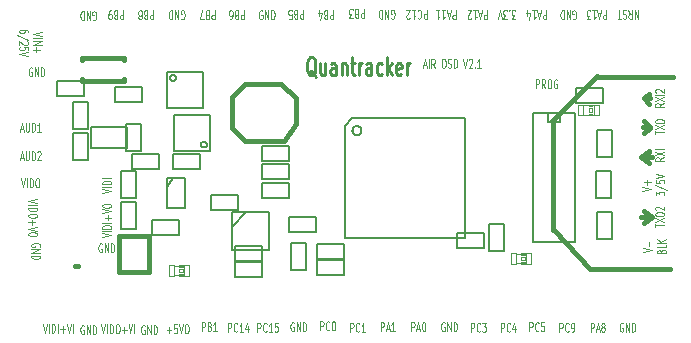
<source format=gto>
G04 (created by PCBNEW-RS274X (2011-05-25)-stable) date Fri 13 Mar 2015 11:37:05 GMT*
G01*
G70*
G90*
%MOIN*%
G04 Gerber Fmt 3.4, Leading zero omitted, Abs format*
%FSLAX34Y34*%
G04 APERTURE LIST*
%ADD10C,0.006000*%
%ADD11C,0.004900*%
%ADD12C,0.009900*%
%ADD13C,0.015000*%
%ADD14C,0.003900*%
%ADD15C,0.004400*%
%ADD16C,0.008000*%
%ADD17C,0.005000*%
%ADD18C,0.002600*%
%ADD19C,0.004000*%
G04 APERTURE END LIST*
G54D10*
G54D11*
X53825Y-30138D02*
X53806Y-30124D01*
X53778Y-30124D01*
X53750Y-30138D01*
X53731Y-30166D01*
X53722Y-30194D01*
X53713Y-30250D01*
X53713Y-30292D01*
X53722Y-30349D01*
X53731Y-30377D01*
X53750Y-30405D01*
X53778Y-30419D01*
X53797Y-30419D01*
X53825Y-30405D01*
X53834Y-30391D01*
X53834Y-30292D01*
X53797Y-30292D01*
X53919Y-30419D02*
X53919Y-30124D01*
X54031Y-30419D01*
X54031Y-30124D01*
X54125Y-30419D02*
X54125Y-30124D01*
X54172Y-30124D01*
X54200Y-30138D01*
X54219Y-30166D01*
X54228Y-30194D01*
X54237Y-30250D01*
X54237Y-30292D01*
X54228Y-30349D01*
X54219Y-30377D01*
X54200Y-30405D01*
X54172Y-30419D01*
X54125Y-30419D01*
G54D12*
X55609Y-32345D02*
X55572Y-32317D01*
X55534Y-32261D01*
X55478Y-32176D01*
X55441Y-32148D01*
X55403Y-32148D01*
X55422Y-32289D02*
X55384Y-32261D01*
X55347Y-32204D01*
X55328Y-32092D01*
X55328Y-31895D01*
X55347Y-31782D01*
X55384Y-31726D01*
X55422Y-31698D01*
X55497Y-31698D01*
X55534Y-31726D01*
X55572Y-31782D01*
X55591Y-31895D01*
X55591Y-32092D01*
X55572Y-32204D01*
X55534Y-32261D01*
X55497Y-32289D01*
X55422Y-32289D01*
X55929Y-31895D02*
X55929Y-32289D01*
X55760Y-31895D02*
X55760Y-32204D01*
X55779Y-32261D01*
X55816Y-32289D01*
X55872Y-32289D01*
X55910Y-32261D01*
X55929Y-32232D01*
X56285Y-32289D02*
X56285Y-31979D01*
X56266Y-31923D01*
X56228Y-31895D01*
X56153Y-31895D01*
X56116Y-31923D01*
X56285Y-32261D02*
X56247Y-32289D01*
X56153Y-32289D01*
X56116Y-32261D01*
X56097Y-32204D01*
X56097Y-32148D01*
X56116Y-32092D01*
X56153Y-32064D01*
X56247Y-32064D01*
X56285Y-32035D01*
X56472Y-31895D02*
X56472Y-32289D01*
X56472Y-31951D02*
X56491Y-31923D01*
X56528Y-31895D01*
X56584Y-31895D01*
X56622Y-31923D01*
X56641Y-31979D01*
X56641Y-32289D01*
X56772Y-31895D02*
X56922Y-31895D01*
X56828Y-31698D02*
X56828Y-32204D01*
X56847Y-32261D01*
X56884Y-32289D01*
X56922Y-32289D01*
X57053Y-32289D02*
X57053Y-31895D01*
X57053Y-32007D02*
X57072Y-31951D01*
X57090Y-31923D01*
X57128Y-31895D01*
X57165Y-31895D01*
X57466Y-32289D02*
X57466Y-31979D01*
X57447Y-31923D01*
X57409Y-31895D01*
X57334Y-31895D01*
X57297Y-31923D01*
X57466Y-32261D02*
X57428Y-32289D01*
X57334Y-32289D01*
X57297Y-32261D01*
X57278Y-32204D01*
X57278Y-32148D01*
X57297Y-32092D01*
X57334Y-32064D01*
X57428Y-32064D01*
X57466Y-32035D01*
X57822Y-32261D02*
X57784Y-32289D01*
X57709Y-32289D01*
X57672Y-32261D01*
X57653Y-32232D01*
X57634Y-32176D01*
X57634Y-32007D01*
X57653Y-31951D01*
X57672Y-31923D01*
X57709Y-31895D01*
X57784Y-31895D01*
X57822Y-31923D01*
X57991Y-32289D02*
X57991Y-31698D01*
X58028Y-32064D02*
X58141Y-32289D01*
X58141Y-31895D02*
X57991Y-32120D01*
X58460Y-32261D02*
X58422Y-32289D01*
X58347Y-32289D01*
X58310Y-32261D01*
X58291Y-32204D01*
X58291Y-31979D01*
X58310Y-31923D01*
X58347Y-31895D01*
X58422Y-31895D01*
X58460Y-31923D01*
X58479Y-31979D01*
X58479Y-32035D01*
X58291Y-32092D01*
X58648Y-32289D02*
X58648Y-31895D01*
X58648Y-32007D02*
X58667Y-31951D01*
X58685Y-31923D01*
X58723Y-31895D01*
X58760Y-31895D01*
G54D11*
X59193Y-31960D02*
X59286Y-31960D01*
X59174Y-32044D02*
X59239Y-31749D01*
X59305Y-32044D01*
X59371Y-32044D02*
X59371Y-31749D01*
X59577Y-32044D02*
X59512Y-31903D01*
X59465Y-32044D02*
X59465Y-31749D01*
X59540Y-31749D01*
X59559Y-31763D01*
X59568Y-31777D01*
X59577Y-31805D01*
X59577Y-31847D01*
X59568Y-31875D01*
X59559Y-31889D01*
X59540Y-31903D01*
X59465Y-31903D01*
X59849Y-31749D02*
X59887Y-31749D01*
X59906Y-31763D01*
X59924Y-31791D01*
X59934Y-31847D01*
X59934Y-31946D01*
X59924Y-32002D01*
X59906Y-32030D01*
X59887Y-32044D01*
X59849Y-32044D01*
X59831Y-32030D01*
X59812Y-32002D01*
X59803Y-31946D01*
X59803Y-31847D01*
X59812Y-31791D01*
X59831Y-31763D01*
X59849Y-31749D01*
X60009Y-32030D02*
X60037Y-32044D01*
X60084Y-32044D01*
X60102Y-32030D01*
X60112Y-32016D01*
X60121Y-31988D01*
X60121Y-31960D01*
X60112Y-31932D01*
X60102Y-31917D01*
X60084Y-31903D01*
X60046Y-31889D01*
X60027Y-31875D01*
X60018Y-31861D01*
X60009Y-31833D01*
X60009Y-31805D01*
X60018Y-31777D01*
X60027Y-31763D01*
X60046Y-31749D01*
X60093Y-31749D01*
X60121Y-31763D01*
X60206Y-32044D02*
X60206Y-31749D01*
X60253Y-31749D01*
X60281Y-31763D01*
X60300Y-31791D01*
X60309Y-31819D01*
X60318Y-31875D01*
X60318Y-31917D01*
X60309Y-31974D01*
X60300Y-32002D01*
X60281Y-32030D01*
X60253Y-32044D01*
X60206Y-32044D01*
X60525Y-31749D02*
X60590Y-32044D01*
X60656Y-31749D01*
X60713Y-31777D02*
X60722Y-31763D01*
X60741Y-31749D01*
X60788Y-31749D01*
X60806Y-31763D01*
X60816Y-31777D01*
X60825Y-31805D01*
X60825Y-31833D01*
X60816Y-31875D01*
X60703Y-32044D01*
X60825Y-32044D01*
X60910Y-32016D02*
X60919Y-32030D01*
X60910Y-32044D01*
X60901Y-32030D01*
X60910Y-32016D01*
X60910Y-32044D01*
X61107Y-32044D02*
X60995Y-32044D01*
X61051Y-32044D02*
X61051Y-31749D01*
X61032Y-31791D01*
X61013Y-31819D01*
X60995Y-31833D01*
X62949Y-32719D02*
X62949Y-32424D01*
X63024Y-32424D01*
X63043Y-32438D01*
X63052Y-32452D01*
X63061Y-32480D01*
X63061Y-32522D01*
X63052Y-32550D01*
X63043Y-32564D01*
X63024Y-32578D01*
X62949Y-32578D01*
X63258Y-32719D02*
X63193Y-32578D01*
X63146Y-32719D02*
X63146Y-32424D01*
X63221Y-32424D01*
X63240Y-32438D01*
X63249Y-32452D01*
X63258Y-32480D01*
X63258Y-32522D01*
X63249Y-32550D01*
X63240Y-32564D01*
X63221Y-32578D01*
X63146Y-32578D01*
X63380Y-32424D02*
X63418Y-32424D01*
X63437Y-32438D01*
X63455Y-32466D01*
X63465Y-32522D01*
X63465Y-32621D01*
X63455Y-32677D01*
X63437Y-32705D01*
X63418Y-32719D01*
X63380Y-32719D01*
X63362Y-32705D01*
X63343Y-32677D01*
X63334Y-32621D01*
X63334Y-32522D01*
X63343Y-32466D01*
X63362Y-32438D01*
X63380Y-32424D01*
X63652Y-32438D02*
X63633Y-32424D01*
X63605Y-32424D01*
X63577Y-32438D01*
X63558Y-32466D01*
X63549Y-32494D01*
X63540Y-32550D01*
X63540Y-32592D01*
X63549Y-32649D01*
X63558Y-32677D01*
X63577Y-32705D01*
X63605Y-32719D01*
X63624Y-32719D01*
X63652Y-32705D01*
X63661Y-32691D01*
X63661Y-32592D01*
X63624Y-32592D01*
G54D13*
X66800Y-37000D02*
X66550Y-37200D01*
X66800Y-37000D02*
X66550Y-36800D01*
X66450Y-37000D02*
X66800Y-37000D01*
X66450Y-35000D02*
X66700Y-35200D01*
X66700Y-34800D02*
X66700Y-34850D01*
X66450Y-35000D02*
X66700Y-34800D01*
X66800Y-35000D02*
X66450Y-35000D01*
X66750Y-34050D02*
X66550Y-34200D01*
X66750Y-34000D02*
X66550Y-33800D01*
X66700Y-34000D02*
X66750Y-34000D01*
X66500Y-34000D02*
X66700Y-34000D01*
X66550Y-33050D02*
X66700Y-33250D01*
X66700Y-32900D02*
X66550Y-33050D01*
X66550Y-33050D02*
X66700Y-32900D01*
X66550Y-33050D02*
X66750Y-33050D01*
G54D11*
X67219Y-33224D02*
X67078Y-33289D01*
X67219Y-33336D02*
X66924Y-33336D01*
X66924Y-33261D01*
X66938Y-33242D01*
X66952Y-33233D01*
X66980Y-33224D01*
X67022Y-33224D01*
X67050Y-33233D01*
X67064Y-33242D01*
X67078Y-33261D01*
X67078Y-33336D01*
X66924Y-33158D02*
X67219Y-33027D01*
X66924Y-33027D02*
X67219Y-33158D01*
X67219Y-32951D02*
X66924Y-32951D01*
X66952Y-32866D02*
X66938Y-32857D01*
X66924Y-32838D01*
X66924Y-32791D01*
X66938Y-32773D01*
X66952Y-32763D01*
X66980Y-32754D01*
X67008Y-32754D01*
X67050Y-32763D01*
X67219Y-32876D01*
X67219Y-32754D01*
X66924Y-34253D02*
X66924Y-34141D01*
X67219Y-34197D02*
X66924Y-34197D01*
X66924Y-34094D02*
X67219Y-33963D01*
X66924Y-33963D02*
X67219Y-34094D01*
X66924Y-33850D02*
X66924Y-33812D01*
X66938Y-33793D01*
X66966Y-33775D01*
X67022Y-33765D01*
X67121Y-33765D01*
X67177Y-33775D01*
X67205Y-33793D01*
X67219Y-33812D01*
X67219Y-33850D01*
X67205Y-33868D01*
X67177Y-33887D01*
X67121Y-33896D01*
X67022Y-33896D01*
X66966Y-33887D01*
X66938Y-33868D01*
X66924Y-33850D01*
X67219Y-35030D02*
X67078Y-35095D01*
X67219Y-35142D02*
X66924Y-35142D01*
X66924Y-35067D01*
X66938Y-35048D01*
X66952Y-35039D01*
X66980Y-35030D01*
X67022Y-35030D01*
X67050Y-35039D01*
X67064Y-35048D01*
X67078Y-35067D01*
X67078Y-35142D01*
X66924Y-34964D02*
X67219Y-34833D01*
X66924Y-34833D02*
X67219Y-34964D01*
X67219Y-34757D02*
X66924Y-34757D01*
X66924Y-37347D02*
X66924Y-37235D01*
X67219Y-37291D02*
X66924Y-37291D01*
X66924Y-37188D02*
X67219Y-37057D01*
X66924Y-37057D02*
X67219Y-37188D01*
X66924Y-36944D02*
X66924Y-36906D01*
X66938Y-36887D01*
X66966Y-36869D01*
X67022Y-36859D01*
X67121Y-36859D01*
X67177Y-36869D01*
X67205Y-36887D01*
X67219Y-36906D01*
X67219Y-36944D01*
X67205Y-36962D01*
X67177Y-36981D01*
X67121Y-36990D01*
X67022Y-36990D01*
X66966Y-36981D01*
X66938Y-36962D01*
X66924Y-36944D01*
X66952Y-36784D02*
X66938Y-36775D01*
X66924Y-36756D01*
X66924Y-36709D01*
X66938Y-36691D01*
X66952Y-36681D01*
X66980Y-36672D01*
X67008Y-36672D01*
X67050Y-36681D01*
X67219Y-36794D01*
X67219Y-36672D01*
X66474Y-36137D02*
X66769Y-36072D01*
X66474Y-36006D01*
X66657Y-35940D02*
X66657Y-35790D01*
X66769Y-35865D02*
X66544Y-35865D01*
X66936Y-36297D02*
X66936Y-36175D01*
X67048Y-36241D01*
X67048Y-36212D01*
X67062Y-36194D01*
X67076Y-36184D01*
X67104Y-36175D01*
X67175Y-36175D01*
X67203Y-36184D01*
X67217Y-36194D01*
X67231Y-36212D01*
X67231Y-36269D01*
X67217Y-36287D01*
X67203Y-36297D01*
X66922Y-35949D02*
X67301Y-36118D01*
X66936Y-35790D02*
X66936Y-35884D01*
X67076Y-35893D01*
X67062Y-35884D01*
X67048Y-35865D01*
X67048Y-35818D01*
X67062Y-35800D01*
X67076Y-35790D01*
X67104Y-35781D01*
X67175Y-35781D01*
X67203Y-35790D01*
X67217Y-35800D01*
X67231Y-35818D01*
X67231Y-35865D01*
X67217Y-35884D01*
X67203Y-35893D01*
X66936Y-35724D02*
X67231Y-35659D01*
X66936Y-35593D01*
X66524Y-38187D02*
X66819Y-38122D01*
X66524Y-38056D01*
X66707Y-37990D02*
X66707Y-37840D01*
X67126Y-38163D02*
X67140Y-38135D01*
X67154Y-38126D01*
X67183Y-38117D01*
X67225Y-38117D01*
X67253Y-38126D01*
X67267Y-38135D01*
X67281Y-38154D01*
X67281Y-38229D01*
X66986Y-38229D01*
X66986Y-38163D01*
X67000Y-38145D01*
X67014Y-38135D01*
X67042Y-38126D01*
X67070Y-38126D01*
X67098Y-38135D01*
X67112Y-38145D01*
X67126Y-38163D01*
X67126Y-38229D01*
X67281Y-37938D02*
X67281Y-38032D01*
X66986Y-38032D01*
X67281Y-37873D02*
X66986Y-37873D01*
X67281Y-37761D02*
X67112Y-37845D01*
X66986Y-37761D02*
X67154Y-37873D01*
G54D13*
X63500Y-33850D02*
X63500Y-37450D01*
X65000Y-32350D02*
X67500Y-32350D01*
X64750Y-38750D02*
X63550Y-37450D01*
X67400Y-38750D02*
X64750Y-38750D01*
G54D11*
X65850Y-40563D02*
X65831Y-40549D01*
X65803Y-40549D01*
X65775Y-40563D01*
X65756Y-40591D01*
X65747Y-40619D01*
X65738Y-40675D01*
X65738Y-40717D01*
X65747Y-40774D01*
X65756Y-40802D01*
X65775Y-40830D01*
X65803Y-40844D01*
X65822Y-40844D01*
X65850Y-40830D01*
X65859Y-40816D01*
X65859Y-40717D01*
X65822Y-40717D01*
X65944Y-40844D02*
X65944Y-40549D01*
X66056Y-40844D01*
X66056Y-40549D01*
X66150Y-40844D02*
X66150Y-40549D01*
X66197Y-40549D01*
X66225Y-40563D01*
X66244Y-40591D01*
X66253Y-40619D01*
X66262Y-40675D01*
X66262Y-40717D01*
X66253Y-40774D01*
X66244Y-40802D01*
X66225Y-40830D01*
X66197Y-40844D01*
X66150Y-40844D01*
X64770Y-40844D02*
X64770Y-40549D01*
X64845Y-40549D01*
X64864Y-40563D01*
X64873Y-40577D01*
X64882Y-40605D01*
X64882Y-40647D01*
X64873Y-40675D01*
X64864Y-40689D01*
X64845Y-40703D01*
X64770Y-40703D01*
X64958Y-40760D02*
X65051Y-40760D01*
X64939Y-40844D02*
X65004Y-40549D01*
X65070Y-40844D01*
X65164Y-40675D02*
X65145Y-40661D01*
X65136Y-40647D01*
X65127Y-40619D01*
X65127Y-40605D01*
X65136Y-40577D01*
X65145Y-40563D01*
X65164Y-40549D01*
X65202Y-40549D01*
X65220Y-40563D01*
X65230Y-40577D01*
X65239Y-40605D01*
X65239Y-40619D01*
X65230Y-40647D01*
X65220Y-40661D01*
X65202Y-40675D01*
X65164Y-40675D01*
X65145Y-40689D01*
X65136Y-40703D01*
X65127Y-40732D01*
X65127Y-40788D01*
X65136Y-40816D01*
X65145Y-40830D01*
X65164Y-40844D01*
X65202Y-40844D01*
X65220Y-40830D01*
X65230Y-40816D01*
X65239Y-40788D01*
X65239Y-40732D01*
X65230Y-40703D01*
X65220Y-40689D01*
X65202Y-40675D01*
X63731Y-40844D02*
X63731Y-40549D01*
X63806Y-40549D01*
X63825Y-40563D01*
X63834Y-40577D01*
X63843Y-40605D01*
X63843Y-40647D01*
X63834Y-40675D01*
X63825Y-40689D01*
X63806Y-40703D01*
X63731Y-40703D01*
X64040Y-40816D02*
X64031Y-40830D01*
X64003Y-40844D01*
X63984Y-40844D01*
X63956Y-40830D01*
X63937Y-40802D01*
X63928Y-40774D01*
X63919Y-40717D01*
X63919Y-40675D01*
X63928Y-40619D01*
X63937Y-40591D01*
X63956Y-40563D01*
X63984Y-40549D01*
X64003Y-40549D01*
X64031Y-40563D01*
X64040Y-40577D01*
X64134Y-40844D02*
X64172Y-40844D01*
X64191Y-40830D01*
X64200Y-40816D01*
X64219Y-40774D01*
X64228Y-40717D01*
X64228Y-40605D01*
X64219Y-40577D01*
X64209Y-40563D01*
X64191Y-40549D01*
X64153Y-40549D01*
X64134Y-40563D01*
X64125Y-40577D01*
X64116Y-40605D01*
X64116Y-40675D01*
X64125Y-40703D01*
X64134Y-40717D01*
X64153Y-40732D01*
X64191Y-40732D01*
X64209Y-40717D01*
X64219Y-40703D01*
X64228Y-40675D01*
X62731Y-40819D02*
X62731Y-40524D01*
X62806Y-40524D01*
X62825Y-40538D01*
X62834Y-40552D01*
X62843Y-40580D01*
X62843Y-40622D01*
X62834Y-40650D01*
X62825Y-40664D01*
X62806Y-40678D01*
X62731Y-40678D01*
X63040Y-40791D02*
X63031Y-40805D01*
X63003Y-40819D01*
X62984Y-40819D01*
X62956Y-40805D01*
X62937Y-40777D01*
X62928Y-40749D01*
X62919Y-40692D01*
X62919Y-40650D01*
X62928Y-40594D01*
X62937Y-40566D01*
X62956Y-40538D01*
X62984Y-40524D01*
X63003Y-40524D01*
X63031Y-40538D01*
X63040Y-40552D01*
X63219Y-40524D02*
X63125Y-40524D01*
X63116Y-40664D01*
X63125Y-40650D01*
X63144Y-40636D01*
X63191Y-40636D01*
X63209Y-40650D01*
X63219Y-40664D01*
X63228Y-40692D01*
X63228Y-40763D01*
X63219Y-40791D01*
X63209Y-40805D01*
X63191Y-40819D01*
X63144Y-40819D01*
X63125Y-40805D01*
X63116Y-40791D01*
X61781Y-40844D02*
X61781Y-40549D01*
X61856Y-40549D01*
X61875Y-40563D01*
X61884Y-40577D01*
X61893Y-40605D01*
X61893Y-40647D01*
X61884Y-40675D01*
X61875Y-40689D01*
X61856Y-40703D01*
X61781Y-40703D01*
X62090Y-40816D02*
X62081Y-40830D01*
X62053Y-40844D01*
X62034Y-40844D01*
X62006Y-40830D01*
X61987Y-40802D01*
X61978Y-40774D01*
X61969Y-40717D01*
X61969Y-40675D01*
X61978Y-40619D01*
X61987Y-40591D01*
X62006Y-40563D01*
X62034Y-40549D01*
X62053Y-40549D01*
X62081Y-40563D01*
X62090Y-40577D01*
X62259Y-40647D02*
X62259Y-40844D01*
X62212Y-40535D02*
X62166Y-40746D01*
X62287Y-40746D01*
X60781Y-40844D02*
X60781Y-40549D01*
X60856Y-40549D01*
X60875Y-40563D01*
X60884Y-40577D01*
X60893Y-40605D01*
X60893Y-40647D01*
X60884Y-40675D01*
X60875Y-40689D01*
X60856Y-40703D01*
X60781Y-40703D01*
X61090Y-40816D02*
X61081Y-40830D01*
X61053Y-40844D01*
X61034Y-40844D01*
X61006Y-40830D01*
X60987Y-40802D01*
X60978Y-40774D01*
X60969Y-40717D01*
X60969Y-40675D01*
X60978Y-40619D01*
X60987Y-40591D01*
X61006Y-40563D01*
X61034Y-40549D01*
X61053Y-40549D01*
X61081Y-40563D01*
X61090Y-40577D01*
X61156Y-40549D02*
X61278Y-40549D01*
X61212Y-40661D01*
X61241Y-40661D01*
X61259Y-40675D01*
X61269Y-40689D01*
X61278Y-40717D01*
X61278Y-40788D01*
X61269Y-40816D01*
X61259Y-40830D01*
X61241Y-40844D01*
X61184Y-40844D01*
X61166Y-40830D01*
X61156Y-40816D01*
X58795Y-40819D02*
X58795Y-40524D01*
X58870Y-40524D01*
X58889Y-40538D01*
X58898Y-40552D01*
X58907Y-40580D01*
X58907Y-40622D01*
X58898Y-40650D01*
X58889Y-40664D01*
X58870Y-40678D01*
X58795Y-40678D01*
X58983Y-40735D02*
X59076Y-40735D01*
X58964Y-40819D02*
X59029Y-40524D01*
X59095Y-40819D01*
X59198Y-40524D02*
X59217Y-40524D01*
X59236Y-40538D01*
X59245Y-40552D01*
X59255Y-40580D01*
X59264Y-40636D01*
X59264Y-40707D01*
X59255Y-40763D01*
X59245Y-40791D01*
X59236Y-40805D01*
X59217Y-40819D01*
X59198Y-40819D01*
X59180Y-40805D01*
X59170Y-40791D01*
X59161Y-40763D01*
X59152Y-40707D01*
X59152Y-40636D01*
X59161Y-40580D01*
X59170Y-40552D01*
X59180Y-40538D01*
X59198Y-40524D01*
X57770Y-40819D02*
X57770Y-40524D01*
X57845Y-40524D01*
X57864Y-40538D01*
X57873Y-40552D01*
X57882Y-40580D01*
X57882Y-40622D01*
X57873Y-40650D01*
X57864Y-40664D01*
X57845Y-40678D01*
X57770Y-40678D01*
X57958Y-40735D02*
X58051Y-40735D01*
X57939Y-40819D02*
X58004Y-40524D01*
X58070Y-40819D01*
X58239Y-40819D02*
X58127Y-40819D01*
X58183Y-40819D02*
X58183Y-40524D01*
X58164Y-40566D01*
X58145Y-40594D01*
X58127Y-40608D01*
X56756Y-40844D02*
X56756Y-40549D01*
X56831Y-40549D01*
X56850Y-40563D01*
X56859Y-40577D01*
X56868Y-40605D01*
X56868Y-40647D01*
X56859Y-40675D01*
X56850Y-40689D01*
X56831Y-40703D01*
X56756Y-40703D01*
X57065Y-40816D02*
X57056Y-40830D01*
X57028Y-40844D01*
X57009Y-40844D01*
X56981Y-40830D01*
X56962Y-40802D01*
X56953Y-40774D01*
X56944Y-40717D01*
X56944Y-40675D01*
X56953Y-40619D01*
X56962Y-40591D01*
X56981Y-40563D01*
X57009Y-40549D01*
X57028Y-40549D01*
X57056Y-40563D01*
X57065Y-40577D01*
X57253Y-40844D02*
X57141Y-40844D01*
X57197Y-40844D02*
X57197Y-40549D01*
X57178Y-40591D01*
X57159Y-40619D01*
X57141Y-40633D01*
X55756Y-40794D02*
X55756Y-40499D01*
X55831Y-40499D01*
X55850Y-40513D01*
X55859Y-40527D01*
X55868Y-40555D01*
X55868Y-40597D01*
X55859Y-40625D01*
X55850Y-40639D01*
X55831Y-40653D01*
X55756Y-40653D01*
X56065Y-40766D02*
X56056Y-40780D01*
X56028Y-40794D01*
X56009Y-40794D01*
X55981Y-40780D01*
X55962Y-40752D01*
X55953Y-40724D01*
X55944Y-40667D01*
X55944Y-40625D01*
X55953Y-40569D01*
X55962Y-40541D01*
X55981Y-40513D01*
X56009Y-40499D01*
X56028Y-40499D01*
X56056Y-40513D01*
X56065Y-40527D01*
X56187Y-40499D02*
X56206Y-40499D01*
X56225Y-40513D01*
X56234Y-40527D01*
X56244Y-40555D01*
X56253Y-40611D01*
X56253Y-40682D01*
X56244Y-40738D01*
X56234Y-40766D01*
X56225Y-40780D01*
X56206Y-40794D01*
X56187Y-40794D01*
X56169Y-40780D01*
X56159Y-40766D01*
X56150Y-40738D01*
X56141Y-40682D01*
X56141Y-40611D01*
X56150Y-40555D01*
X56159Y-40527D01*
X56169Y-40513D01*
X56187Y-40499D01*
X59900Y-40538D02*
X59881Y-40524D01*
X59853Y-40524D01*
X59825Y-40538D01*
X59806Y-40566D01*
X59797Y-40594D01*
X59788Y-40650D01*
X59788Y-40692D01*
X59797Y-40749D01*
X59806Y-40777D01*
X59825Y-40805D01*
X59853Y-40819D01*
X59872Y-40819D01*
X59900Y-40805D01*
X59909Y-40791D01*
X59909Y-40692D01*
X59872Y-40692D01*
X59994Y-40819D02*
X59994Y-40524D01*
X60106Y-40819D01*
X60106Y-40524D01*
X60200Y-40819D02*
X60200Y-40524D01*
X60247Y-40524D01*
X60275Y-40538D01*
X60294Y-40566D01*
X60303Y-40594D01*
X60312Y-40650D01*
X60312Y-40692D01*
X60303Y-40749D01*
X60294Y-40777D01*
X60275Y-40805D01*
X60247Y-40819D01*
X60200Y-40819D01*
X54875Y-40538D02*
X54856Y-40524D01*
X54828Y-40524D01*
X54800Y-40538D01*
X54781Y-40566D01*
X54772Y-40594D01*
X54763Y-40650D01*
X54763Y-40692D01*
X54772Y-40749D01*
X54781Y-40777D01*
X54800Y-40805D01*
X54828Y-40819D01*
X54847Y-40819D01*
X54875Y-40805D01*
X54884Y-40791D01*
X54884Y-40692D01*
X54847Y-40692D01*
X54969Y-40819D02*
X54969Y-40524D01*
X55081Y-40819D01*
X55081Y-40524D01*
X55175Y-40819D02*
X55175Y-40524D01*
X55222Y-40524D01*
X55250Y-40538D01*
X55269Y-40566D01*
X55278Y-40594D01*
X55287Y-40650D01*
X55287Y-40692D01*
X55278Y-40749D01*
X55269Y-40777D01*
X55250Y-40805D01*
X55222Y-40819D01*
X55175Y-40819D01*
X53662Y-40844D02*
X53662Y-40549D01*
X53737Y-40549D01*
X53756Y-40563D01*
X53765Y-40577D01*
X53774Y-40605D01*
X53774Y-40647D01*
X53765Y-40675D01*
X53756Y-40689D01*
X53737Y-40703D01*
X53662Y-40703D01*
X53971Y-40816D02*
X53962Y-40830D01*
X53934Y-40844D01*
X53915Y-40844D01*
X53887Y-40830D01*
X53868Y-40802D01*
X53859Y-40774D01*
X53850Y-40717D01*
X53850Y-40675D01*
X53859Y-40619D01*
X53868Y-40591D01*
X53887Y-40563D01*
X53915Y-40549D01*
X53934Y-40549D01*
X53962Y-40563D01*
X53971Y-40577D01*
X54159Y-40844D02*
X54047Y-40844D01*
X54103Y-40844D02*
X54103Y-40549D01*
X54084Y-40591D01*
X54065Y-40619D01*
X54047Y-40633D01*
X54338Y-40549D02*
X54244Y-40549D01*
X54235Y-40689D01*
X54244Y-40675D01*
X54263Y-40661D01*
X54310Y-40661D01*
X54328Y-40675D01*
X54338Y-40689D01*
X54347Y-40717D01*
X54347Y-40788D01*
X54338Y-40816D01*
X54328Y-40830D01*
X54310Y-40844D01*
X54263Y-40844D01*
X54244Y-40830D01*
X54235Y-40816D01*
X52687Y-40844D02*
X52687Y-40549D01*
X52762Y-40549D01*
X52781Y-40563D01*
X52790Y-40577D01*
X52799Y-40605D01*
X52799Y-40647D01*
X52790Y-40675D01*
X52781Y-40689D01*
X52762Y-40703D01*
X52687Y-40703D01*
X52996Y-40816D02*
X52987Y-40830D01*
X52959Y-40844D01*
X52940Y-40844D01*
X52912Y-40830D01*
X52893Y-40802D01*
X52884Y-40774D01*
X52875Y-40717D01*
X52875Y-40675D01*
X52884Y-40619D01*
X52893Y-40591D01*
X52912Y-40563D01*
X52940Y-40549D01*
X52959Y-40549D01*
X52987Y-40563D01*
X52996Y-40577D01*
X53184Y-40844D02*
X53072Y-40844D01*
X53128Y-40844D02*
X53128Y-40549D01*
X53109Y-40591D01*
X53090Y-40619D01*
X53072Y-40633D01*
X53353Y-40647D02*
X53353Y-40844D01*
X53306Y-40535D02*
X53260Y-40746D01*
X53381Y-40746D01*
X50644Y-40782D02*
X50794Y-40782D01*
X50719Y-40894D02*
X50719Y-40669D01*
X50982Y-40599D02*
X50888Y-40599D01*
X50879Y-40739D01*
X50888Y-40725D01*
X50907Y-40711D01*
X50954Y-40711D01*
X50972Y-40725D01*
X50982Y-40739D01*
X50991Y-40767D01*
X50991Y-40838D01*
X50982Y-40866D01*
X50972Y-40880D01*
X50954Y-40894D01*
X50907Y-40894D01*
X50888Y-40880D01*
X50879Y-40866D01*
X51048Y-40599D02*
X51113Y-40894D01*
X51179Y-40599D01*
X51282Y-40599D02*
X51320Y-40599D01*
X51339Y-40613D01*
X51357Y-40641D01*
X51367Y-40697D01*
X51367Y-40796D01*
X51357Y-40852D01*
X51339Y-40880D01*
X51320Y-40894D01*
X51282Y-40894D01*
X51264Y-40880D01*
X51245Y-40852D01*
X51236Y-40796D01*
X51236Y-40697D01*
X51245Y-40641D01*
X51264Y-40613D01*
X51282Y-40599D01*
X49900Y-40638D02*
X49881Y-40624D01*
X49853Y-40624D01*
X49825Y-40638D01*
X49806Y-40666D01*
X49797Y-40694D01*
X49788Y-40750D01*
X49788Y-40792D01*
X49797Y-40849D01*
X49806Y-40877D01*
X49825Y-40905D01*
X49853Y-40919D01*
X49872Y-40919D01*
X49900Y-40905D01*
X49909Y-40891D01*
X49909Y-40792D01*
X49872Y-40792D01*
X49994Y-40919D02*
X49994Y-40624D01*
X50106Y-40919D01*
X50106Y-40624D01*
X50200Y-40919D02*
X50200Y-40624D01*
X50247Y-40624D01*
X50275Y-40638D01*
X50294Y-40666D01*
X50303Y-40694D01*
X50312Y-40750D01*
X50312Y-40792D01*
X50303Y-40849D01*
X50294Y-40877D01*
X50275Y-40905D01*
X50247Y-40919D01*
X50200Y-40919D01*
X47875Y-40638D02*
X47856Y-40624D01*
X47828Y-40624D01*
X47800Y-40638D01*
X47781Y-40666D01*
X47772Y-40694D01*
X47763Y-40750D01*
X47763Y-40792D01*
X47772Y-40849D01*
X47781Y-40877D01*
X47800Y-40905D01*
X47828Y-40919D01*
X47847Y-40919D01*
X47875Y-40905D01*
X47884Y-40891D01*
X47884Y-40792D01*
X47847Y-40792D01*
X47969Y-40919D02*
X47969Y-40624D01*
X48081Y-40919D01*
X48081Y-40624D01*
X48175Y-40919D02*
X48175Y-40624D01*
X48222Y-40624D01*
X48250Y-40638D01*
X48269Y-40666D01*
X48278Y-40694D01*
X48287Y-40750D01*
X48287Y-40792D01*
X48278Y-40849D01*
X48269Y-40877D01*
X48250Y-40905D01*
X48222Y-40919D01*
X48175Y-40919D01*
X48458Y-40599D02*
X48523Y-40894D01*
X48589Y-40599D01*
X48655Y-40894D02*
X48655Y-40599D01*
X48749Y-40894D02*
X48749Y-40599D01*
X48796Y-40599D01*
X48824Y-40613D01*
X48843Y-40641D01*
X48852Y-40669D01*
X48861Y-40725D01*
X48861Y-40767D01*
X48852Y-40824D01*
X48843Y-40852D01*
X48824Y-40880D01*
X48796Y-40894D01*
X48749Y-40894D01*
X48983Y-40599D02*
X49021Y-40599D01*
X49040Y-40613D01*
X49058Y-40641D01*
X49068Y-40697D01*
X49068Y-40796D01*
X49058Y-40852D01*
X49040Y-40880D01*
X49021Y-40894D01*
X48983Y-40894D01*
X48965Y-40880D01*
X48946Y-40852D01*
X48937Y-40796D01*
X48937Y-40697D01*
X48946Y-40641D01*
X48965Y-40613D01*
X48983Y-40599D01*
X49152Y-40782D02*
X49302Y-40782D01*
X49227Y-40894D02*
X49227Y-40669D01*
X49368Y-40599D02*
X49433Y-40894D01*
X49499Y-40599D01*
X49565Y-40894D02*
X49565Y-40599D01*
X46514Y-40574D02*
X46579Y-40869D01*
X46645Y-40574D01*
X46711Y-40869D02*
X46711Y-40574D01*
X46805Y-40869D02*
X46805Y-40574D01*
X46852Y-40574D01*
X46880Y-40588D01*
X46899Y-40616D01*
X46908Y-40644D01*
X46917Y-40700D01*
X46917Y-40742D01*
X46908Y-40799D01*
X46899Y-40827D01*
X46880Y-40855D01*
X46852Y-40869D01*
X46805Y-40869D01*
X47002Y-40869D02*
X47002Y-40574D01*
X47096Y-40757D02*
X47246Y-40757D01*
X47171Y-40869D02*
X47171Y-40644D01*
X47312Y-40574D02*
X47377Y-40869D01*
X47443Y-40574D01*
X47509Y-40869D02*
X47509Y-40574D01*
G54D13*
X47675Y-38650D02*
X47575Y-38650D01*
G54D11*
X46326Y-36427D02*
X46031Y-36492D01*
X46326Y-36558D01*
X46031Y-36624D02*
X46326Y-36624D01*
X46031Y-36718D02*
X46326Y-36718D01*
X46326Y-36765D01*
X46312Y-36793D01*
X46284Y-36812D01*
X46256Y-36821D01*
X46200Y-36830D01*
X46158Y-36830D01*
X46101Y-36821D01*
X46073Y-36812D01*
X46045Y-36793D01*
X46031Y-36765D01*
X46031Y-36718D01*
X46326Y-36952D02*
X46326Y-36990D01*
X46312Y-37009D01*
X46284Y-37027D01*
X46228Y-37037D01*
X46129Y-37037D01*
X46073Y-37027D01*
X46045Y-37009D01*
X46031Y-36990D01*
X46031Y-36952D01*
X46045Y-36934D01*
X46073Y-36915D01*
X46129Y-36906D01*
X46228Y-36906D01*
X46284Y-36915D01*
X46312Y-36934D01*
X46326Y-36952D01*
X46143Y-37121D02*
X46143Y-37271D01*
X46031Y-37196D02*
X46256Y-37196D01*
X46326Y-37337D02*
X46031Y-37402D01*
X46326Y-37468D01*
X46326Y-37571D02*
X46326Y-37609D01*
X46312Y-37628D01*
X46284Y-37646D01*
X46228Y-37656D01*
X46129Y-37656D01*
X46073Y-37646D01*
X46045Y-37628D01*
X46031Y-37609D01*
X46031Y-37571D01*
X46045Y-37553D01*
X46073Y-37534D01*
X46129Y-37525D01*
X46228Y-37525D01*
X46284Y-37534D01*
X46312Y-37553D01*
X46326Y-37571D01*
X48499Y-37692D02*
X48794Y-37627D01*
X48499Y-37561D01*
X48794Y-37495D02*
X48499Y-37495D01*
X48794Y-37401D02*
X48499Y-37401D01*
X48499Y-37354D01*
X48513Y-37326D01*
X48541Y-37307D01*
X48569Y-37298D01*
X48625Y-37289D01*
X48667Y-37289D01*
X48724Y-37298D01*
X48752Y-37307D01*
X48780Y-37326D01*
X48794Y-37354D01*
X48794Y-37401D01*
X48794Y-37204D02*
X48499Y-37204D01*
X48682Y-37110D02*
X48682Y-36960D01*
X48794Y-37035D02*
X48569Y-37035D01*
X48499Y-36894D02*
X48794Y-36829D01*
X48499Y-36763D01*
X48499Y-36660D02*
X48499Y-36622D01*
X48513Y-36603D01*
X48541Y-36585D01*
X48597Y-36575D01*
X48696Y-36575D01*
X48752Y-36585D01*
X48780Y-36603D01*
X48794Y-36622D01*
X48794Y-36660D01*
X48780Y-36678D01*
X48752Y-36697D01*
X48696Y-36706D01*
X48597Y-36706D01*
X48541Y-36697D01*
X48513Y-36678D01*
X48499Y-36660D01*
X48475Y-37913D02*
X48456Y-37899D01*
X48428Y-37899D01*
X48400Y-37913D01*
X48381Y-37941D01*
X48372Y-37969D01*
X48363Y-38025D01*
X48363Y-38067D01*
X48372Y-38124D01*
X48381Y-38152D01*
X48400Y-38180D01*
X48428Y-38194D01*
X48447Y-38194D01*
X48475Y-38180D01*
X48484Y-38166D01*
X48484Y-38067D01*
X48447Y-38067D01*
X48569Y-38194D02*
X48569Y-37899D01*
X48681Y-38194D01*
X48681Y-37899D01*
X48775Y-38194D02*
X48775Y-37899D01*
X48822Y-37899D01*
X48850Y-37913D01*
X48869Y-37941D01*
X48878Y-37969D01*
X48887Y-38025D01*
X48887Y-38067D01*
X48878Y-38124D01*
X48869Y-38152D01*
X48850Y-38180D01*
X48822Y-38194D01*
X48775Y-38194D01*
X46412Y-38000D02*
X46426Y-37981D01*
X46426Y-37953D01*
X46412Y-37925D01*
X46384Y-37906D01*
X46356Y-37897D01*
X46300Y-37888D01*
X46258Y-37888D01*
X46201Y-37897D01*
X46173Y-37906D01*
X46145Y-37925D01*
X46131Y-37953D01*
X46131Y-37972D01*
X46145Y-38000D01*
X46159Y-38009D01*
X46258Y-38009D01*
X46258Y-37972D01*
X46131Y-38094D02*
X46426Y-38094D01*
X46131Y-38206D01*
X46426Y-38206D01*
X46131Y-38300D02*
X46426Y-38300D01*
X46426Y-38347D01*
X46412Y-38375D01*
X46384Y-38394D01*
X46356Y-38403D01*
X46300Y-38412D01*
X46258Y-38412D01*
X46201Y-38403D01*
X46173Y-38394D01*
X46145Y-38375D01*
X46131Y-38347D01*
X46131Y-38300D01*
X45786Y-35724D02*
X45851Y-36019D01*
X45917Y-35724D01*
X45983Y-36019D02*
X45983Y-35724D01*
X46077Y-36019D02*
X46077Y-35724D01*
X46124Y-35724D01*
X46152Y-35738D01*
X46171Y-35766D01*
X46180Y-35794D01*
X46189Y-35850D01*
X46189Y-35892D01*
X46180Y-35949D01*
X46171Y-35977D01*
X46152Y-36005D01*
X46124Y-36019D01*
X46077Y-36019D01*
X46311Y-35724D02*
X46349Y-35724D01*
X46368Y-35738D01*
X46386Y-35766D01*
X46396Y-35822D01*
X46396Y-35921D01*
X46386Y-35977D01*
X46368Y-36005D01*
X46349Y-36019D01*
X46311Y-36019D01*
X46293Y-36005D01*
X46274Y-35977D01*
X46265Y-35921D01*
X46265Y-35822D01*
X46274Y-35766D01*
X46293Y-35738D01*
X46311Y-35724D01*
X48499Y-36208D02*
X48794Y-36143D01*
X48499Y-36077D01*
X48794Y-36011D02*
X48499Y-36011D01*
X48794Y-35917D02*
X48499Y-35917D01*
X48499Y-35870D01*
X48513Y-35842D01*
X48541Y-35823D01*
X48569Y-35814D01*
X48625Y-35805D01*
X48667Y-35805D01*
X48724Y-35814D01*
X48752Y-35823D01*
X48780Y-35842D01*
X48794Y-35870D01*
X48794Y-35917D01*
X48794Y-35720D02*
X48499Y-35720D01*
X45758Y-35035D02*
X45851Y-35035D01*
X45739Y-35119D02*
X45804Y-34824D01*
X45870Y-35119D01*
X45936Y-34824D02*
X45936Y-35063D01*
X45945Y-35091D01*
X45955Y-35105D01*
X45973Y-35119D01*
X46011Y-35119D01*
X46030Y-35105D01*
X46039Y-35091D01*
X46048Y-35063D01*
X46048Y-34824D01*
X46142Y-35119D02*
X46142Y-34824D01*
X46189Y-34824D01*
X46217Y-34838D01*
X46236Y-34866D01*
X46245Y-34894D01*
X46254Y-34950D01*
X46254Y-34992D01*
X46245Y-35049D01*
X46236Y-35077D01*
X46217Y-35105D01*
X46189Y-35119D01*
X46142Y-35119D01*
X46330Y-34852D02*
X46339Y-34838D01*
X46358Y-34824D01*
X46405Y-34824D01*
X46423Y-34838D01*
X46433Y-34852D01*
X46442Y-34880D01*
X46442Y-34908D01*
X46433Y-34950D01*
X46320Y-35119D01*
X46442Y-35119D01*
X45758Y-34085D02*
X45851Y-34085D01*
X45739Y-34169D02*
X45804Y-33874D01*
X45870Y-34169D01*
X45936Y-33874D02*
X45936Y-34113D01*
X45945Y-34141D01*
X45955Y-34155D01*
X45973Y-34169D01*
X46011Y-34169D01*
X46030Y-34155D01*
X46039Y-34141D01*
X46048Y-34113D01*
X46048Y-33874D01*
X46142Y-34169D02*
X46142Y-33874D01*
X46189Y-33874D01*
X46217Y-33888D01*
X46236Y-33916D01*
X46245Y-33944D01*
X46254Y-34000D01*
X46254Y-34042D01*
X46245Y-34099D01*
X46236Y-34127D01*
X46217Y-34155D01*
X46189Y-34169D01*
X46142Y-34169D01*
X46442Y-34169D02*
X46330Y-34169D01*
X46386Y-34169D02*
X46386Y-33874D01*
X46367Y-33916D01*
X46348Y-33944D01*
X46330Y-33958D01*
X51806Y-40819D02*
X51806Y-40524D01*
X51881Y-40524D01*
X51900Y-40538D01*
X51909Y-40552D01*
X51918Y-40580D01*
X51918Y-40622D01*
X51909Y-40650D01*
X51900Y-40664D01*
X51881Y-40678D01*
X51806Y-40678D01*
X52069Y-40664D02*
X52097Y-40678D01*
X52106Y-40692D01*
X52115Y-40721D01*
X52115Y-40763D01*
X52106Y-40791D01*
X52097Y-40805D01*
X52078Y-40819D01*
X52003Y-40819D01*
X52003Y-40524D01*
X52069Y-40524D01*
X52087Y-40538D01*
X52097Y-40552D01*
X52106Y-40580D01*
X52106Y-40608D01*
X52097Y-40636D01*
X52087Y-40650D01*
X52069Y-40664D01*
X52003Y-40664D01*
X52303Y-40819D02*
X52191Y-40819D01*
X52247Y-40819D02*
X52247Y-40524D01*
X52228Y-40566D01*
X52209Y-40594D01*
X52191Y-40608D01*
X48175Y-30437D02*
X48194Y-30451D01*
X48222Y-30451D01*
X48250Y-30437D01*
X48269Y-30409D01*
X48278Y-30381D01*
X48287Y-30325D01*
X48287Y-30283D01*
X48278Y-30226D01*
X48269Y-30198D01*
X48250Y-30170D01*
X48222Y-30156D01*
X48203Y-30156D01*
X48175Y-30170D01*
X48166Y-30184D01*
X48166Y-30283D01*
X48203Y-30283D01*
X48081Y-30156D02*
X48081Y-30451D01*
X47969Y-30156D01*
X47969Y-30451D01*
X47875Y-30156D02*
X47875Y-30451D01*
X47828Y-30451D01*
X47800Y-30437D01*
X47781Y-30409D01*
X47772Y-30381D01*
X47763Y-30325D01*
X47763Y-30283D01*
X47772Y-30226D01*
X47781Y-30198D01*
X47800Y-30170D01*
X47828Y-30156D01*
X47875Y-30156D01*
X64175Y-30412D02*
X64194Y-30426D01*
X64222Y-30426D01*
X64250Y-30412D01*
X64269Y-30384D01*
X64278Y-30356D01*
X64287Y-30300D01*
X64287Y-30258D01*
X64278Y-30201D01*
X64269Y-30173D01*
X64250Y-30145D01*
X64222Y-30131D01*
X64203Y-30131D01*
X64175Y-30145D01*
X64166Y-30159D01*
X64166Y-30258D01*
X64203Y-30258D01*
X64081Y-30131D02*
X64081Y-30426D01*
X63969Y-30131D01*
X63969Y-30426D01*
X63875Y-30131D02*
X63875Y-30426D01*
X63828Y-30426D01*
X63800Y-30412D01*
X63781Y-30384D01*
X63772Y-30356D01*
X63763Y-30300D01*
X63763Y-30258D01*
X63772Y-30201D01*
X63781Y-30173D01*
X63800Y-30145D01*
X63828Y-30131D01*
X63875Y-30131D01*
X66348Y-30106D02*
X66348Y-30401D01*
X66236Y-30106D01*
X66236Y-30401D01*
X66030Y-30106D02*
X66095Y-30247D01*
X66142Y-30106D02*
X66142Y-30401D01*
X66067Y-30401D01*
X66048Y-30387D01*
X66039Y-30373D01*
X66030Y-30345D01*
X66030Y-30303D01*
X66039Y-30275D01*
X66048Y-30261D01*
X66067Y-30247D01*
X66142Y-30247D01*
X65954Y-30120D02*
X65926Y-30106D01*
X65879Y-30106D01*
X65861Y-30120D01*
X65851Y-30134D01*
X65842Y-30162D01*
X65842Y-30190D01*
X65851Y-30218D01*
X65861Y-30233D01*
X65879Y-30247D01*
X65917Y-30261D01*
X65936Y-30275D01*
X65945Y-30289D01*
X65954Y-30317D01*
X65954Y-30345D01*
X65945Y-30373D01*
X65936Y-30387D01*
X65917Y-30401D01*
X65870Y-30401D01*
X65842Y-30387D01*
X65785Y-30401D02*
X65673Y-30401D01*
X65729Y-30106D02*
X65729Y-30401D01*
X65299Y-30131D02*
X65299Y-30426D01*
X65224Y-30426D01*
X65205Y-30412D01*
X65196Y-30398D01*
X65187Y-30370D01*
X65187Y-30328D01*
X65196Y-30300D01*
X65205Y-30286D01*
X65224Y-30272D01*
X65299Y-30272D01*
X65111Y-30215D02*
X65018Y-30215D01*
X65130Y-30131D02*
X65065Y-30426D01*
X64999Y-30131D01*
X64830Y-30131D02*
X64942Y-30131D01*
X64886Y-30131D02*
X64886Y-30426D01*
X64905Y-30384D01*
X64924Y-30356D01*
X64942Y-30342D01*
X64764Y-30426D02*
X64642Y-30426D01*
X64708Y-30314D01*
X64679Y-30314D01*
X64661Y-30300D01*
X64651Y-30286D01*
X64642Y-30258D01*
X64642Y-30187D01*
X64651Y-30159D01*
X64661Y-30145D01*
X64679Y-30131D01*
X64736Y-30131D01*
X64754Y-30145D01*
X64764Y-30159D01*
X58125Y-30387D02*
X58144Y-30401D01*
X58172Y-30401D01*
X58200Y-30387D01*
X58219Y-30359D01*
X58228Y-30331D01*
X58237Y-30275D01*
X58237Y-30233D01*
X58228Y-30176D01*
X58219Y-30148D01*
X58200Y-30120D01*
X58172Y-30106D01*
X58153Y-30106D01*
X58125Y-30120D01*
X58116Y-30134D01*
X58116Y-30233D01*
X58153Y-30233D01*
X58031Y-30106D02*
X58031Y-30401D01*
X57919Y-30106D01*
X57919Y-30401D01*
X57825Y-30106D02*
X57825Y-30401D01*
X57778Y-30401D01*
X57750Y-30387D01*
X57731Y-30359D01*
X57722Y-30331D01*
X57713Y-30275D01*
X57713Y-30233D01*
X57722Y-30176D01*
X57731Y-30148D01*
X57750Y-30120D01*
X57778Y-30106D01*
X57825Y-30106D01*
X63299Y-30131D02*
X63299Y-30426D01*
X63224Y-30426D01*
X63205Y-30412D01*
X63196Y-30398D01*
X63187Y-30370D01*
X63187Y-30328D01*
X63196Y-30300D01*
X63205Y-30286D01*
X63224Y-30272D01*
X63299Y-30272D01*
X63111Y-30215D02*
X63018Y-30215D01*
X63130Y-30131D02*
X63065Y-30426D01*
X62999Y-30131D01*
X62830Y-30131D02*
X62942Y-30131D01*
X62886Y-30131D02*
X62886Y-30426D01*
X62905Y-30384D01*
X62924Y-30356D01*
X62942Y-30342D01*
X62661Y-30328D02*
X62661Y-30131D01*
X62708Y-30440D02*
X62754Y-30229D01*
X62633Y-30229D01*
X62266Y-30401D02*
X62144Y-30401D01*
X62210Y-30289D01*
X62181Y-30289D01*
X62163Y-30275D01*
X62153Y-30261D01*
X62144Y-30233D01*
X62144Y-30162D01*
X62153Y-30134D01*
X62163Y-30120D01*
X62181Y-30106D01*
X62238Y-30106D01*
X62256Y-30120D01*
X62266Y-30134D01*
X62059Y-30134D02*
X62050Y-30120D01*
X62059Y-30106D01*
X62068Y-30120D01*
X62059Y-30134D01*
X62059Y-30106D01*
X61984Y-30401D02*
X61862Y-30401D01*
X61928Y-30289D01*
X61899Y-30289D01*
X61881Y-30275D01*
X61871Y-30261D01*
X61862Y-30233D01*
X61862Y-30162D01*
X61871Y-30134D01*
X61881Y-30120D01*
X61899Y-30106D01*
X61956Y-30106D01*
X61974Y-30120D01*
X61984Y-30134D01*
X61805Y-30401D02*
X61740Y-30106D01*
X61674Y-30401D01*
X61324Y-30131D02*
X61324Y-30426D01*
X61249Y-30426D01*
X61230Y-30412D01*
X61221Y-30398D01*
X61212Y-30370D01*
X61212Y-30328D01*
X61221Y-30300D01*
X61230Y-30286D01*
X61249Y-30272D01*
X61324Y-30272D01*
X61136Y-30215D02*
X61043Y-30215D01*
X61155Y-30131D02*
X61090Y-30426D01*
X61024Y-30131D01*
X60855Y-30131D02*
X60967Y-30131D01*
X60911Y-30131D02*
X60911Y-30426D01*
X60930Y-30384D01*
X60949Y-30356D01*
X60967Y-30342D01*
X60779Y-30398D02*
X60770Y-30412D01*
X60751Y-30426D01*
X60704Y-30426D01*
X60686Y-30412D01*
X60676Y-30398D01*
X60667Y-30370D01*
X60667Y-30342D01*
X60676Y-30300D01*
X60789Y-30131D01*
X60667Y-30131D01*
X60274Y-30131D02*
X60274Y-30426D01*
X60199Y-30426D01*
X60180Y-30412D01*
X60171Y-30398D01*
X60162Y-30370D01*
X60162Y-30328D01*
X60171Y-30300D01*
X60180Y-30286D01*
X60199Y-30272D01*
X60274Y-30272D01*
X60086Y-30215D02*
X59993Y-30215D01*
X60105Y-30131D02*
X60040Y-30426D01*
X59974Y-30131D01*
X59805Y-30131D02*
X59917Y-30131D01*
X59861Y-30131D02*
X59861Y-30426D01*
X59880Y-30384D01*
X59899Y-30356D01*
X59917Y-30342D01*
X59617Y-30131D02*
X59729Y-30131D01*
X59673Y-30131D02*
X59673Y-30426D01*
X59692Y-30384D01*
X59711Y-30356D01*
X59729Y-30342D01*
X59313Y-30106D02*
X59313Y-30401D01*
X59238Y-30401D01*
X59219Y-30387D01*
X59210Y-30373D01*
X59201Y-30345D01*
X59201Y-30303D01*
X59210Y-30275D01*
X59219Y-30261D01*
X59238Y-30247D01*
X59313Y-30247D01*
X59004Y-30134D02*
X59013Y-30120D01*
X59041Y-30106D01*
X59060Y-30106D01*
X59088Y-30120D01*
X59107Y-30148D01*
X59116Y-30176D01*
X59125Y-30233D01*
X59125Y-30275D01*
X59116Y-30331D01*
X59107Y-30359D01*
X59088Y-30387D01*
X59060Y-30401D01*
X59041Y-30401D01*
X59013Y-30387D01*
X59004Y-30373D01*
X58816Y-30106D02*
X58928Y-30106D01*
X58872Y-30106D02*
X58872Y-30401D01*
X58891Y-30359D01*
X58910Y-30331D01*
X58928Y-30317D01*
X58740Y-30373D02*
X58731Y-30387D01*
X58712Y-30401D01*
X58665Y-30401D01*
X58647Y-30387D01*
X58637Y-30373D01*
X58628Y-30345D01*
X58628Y-30317D01*
X58637Y-30275D01*
X58750Y-30106D01*
X58628Y-30106D01*
X57219Y-30081D02*
X57219Y-30376D01*
X57144Y-30376D01*
X57125Y-30362D01*
X57116Y-30348D01*
X57107Y-30320D01*
X57107Y-30278D01*
X57116Y-30250D01*
X57125Y-30236D01*
X57144Y-30222D01*
X57219Y-30222D01*
X56956Y-30236D02*
X56928Y-30222D01*
X56919Y-30208D01*
X56910Y-30179D01*
X56910Y-30137D01*
X56919Y-30109D01*
X56928Y-30095D01*
X56947Y-30081D01*
X57022Y-30081D01*
X57022Y-30376D01*
X56956Y-30376D01*
X56938Y-30362D01*
X56928Y-30348D01*
X56919Y-30320D01*
X56919Y-30292D01*
X56928Y-30264D01*
X56938Y-30250D01*
X56956Y-30236D01*
X57022Y-30236D01*
X56844Y-30376D02*
X56722Y-30376D01*
X56788Y-30264D01*
X56759Y-30264D01*
X56741Y-30250D01*
X56731Y-30236D01*
X56722Y-30208D01*
X56722Y-30137D01*
X56731Y-30109D01*
X56741Y-30095D01*
X56759Y-30081D01*
X56816Y-30081D01*
X56834Y-30095D01*
X56844Y-30109D01*
X56194Y-30131D02*
X56194Y-30426D01*
X56119Y-30426D01*
X56100Y-30412D01*
X56091Y-30398D01*
X56082Y-30370D01*
X56082Y-30328D01*
X56091Y-30300D01*
X56100Y-30286D01*
X56119Y-30272D01*
X56194Y-30272D01*
X55931Y-30286D02*
X55903Y-30272D01*
X55894Y-30258D01*
X55885Y-30229D01*
X55885Y-30187D01*
X55894Y-30159D01*
X55903Y-30145D01*
X55922Y-30131D01*
X55997Y-30131D01*
X55997Y-30426D01*
X55931Y-30426D01*
X55913Y-30412D01*
X55903Y-30398D01*
X55894Y-30370D01*
X55894Y-30342D01*
X55903Y-30314D01*
X55913Y-30300D01*
X55931Y-30286D01*
X55997Y-30286D01*
X55716Y-30328D02*
X55716Y-30131D01*
X55763Y-30440D02*
X55809Y-30229D01*
X55688Y-30229D01*
X55194Y-30106D02*
X55194Y-30401D01*
X55119Y-30401D01*
X55100Y-30387D01*
X55091Y-30373D01*
X55082Y-30345D01*
X55082Y-30303D01*
X55091Y-30275D01*
X55100Y-30261D01*
X55119Y-30247D01*
X55194Y-30247D01*
X54931Y-30261D02*
X54903Y-30247D01*
X54894Y-30233D01*
X54885Y-30204D01*
X54885Y-30162D01*
X54894Y-30134D01*
X54903Y-30120D01*
X54922Y-30106D01*
X54997Y-30106D01*
X54997Y-30401D01*
X54931Y-30401D01*
X54913Y-30387D01*
X54903Y-30373D01*
X54894Y-30345D01*
X54894Y-30317D01*
X54903Y-30289D01*
X54913Y-30275D01*
X54931Y-30261D01*
X54997Y-30261D01*
X54706Y-30401D02*
X54800Y-30401D01*
X54809Y-30261D01*
X54800Y-30275D01*
X54781Y-30289D01*
X54734Y-30289D01*
X54716Y-30275D01*
X54706Y-30261D01*
X54697Y-30233D01*
X54697Y-30162D01*
X54706Y-30134D01*
X54716Y-30120D01*
X54734Y-30106D01*
X54781Y-30106D01*
X54800Y-30120D01*
X54809Y-30134D01*
X53219Y-30131D02*
X53219Y-30426D01*
X53144Y-30426D01*
X53125Y-30412D01*
X53116Y-30398D01*
X53107Y-30370D01*
X53107Y-30328D01*
X53116Y-30300D01*
X53125Y-30286D01*
X53144Y-30272D01*
X53219Y-30272D01*
X52956Y-30286D02*
X52928Y-30272D01*
X52919Y-30258D01*
X52910Y-30229D01*
X52910Y-30187D01*
X52919Y-30159D01*
X52928Y-30145D01*
X52947Y-30131D01*
X53022Y-30131D01*
X53022Y-30426D01*
X52956Y-30426D01*
X52938Y-30412D01*
X52928Y-30398D01*
X52919Y-30370D01*
X52919Y-30342D01*
X52928Y-30314D01*
X52938Y-30300D01*
X52956Y-30286D01*
X53022Y-30286D01*
X52741Y-30426D02*
X52778Y-30426D01*
X52797Y-30412D01*
X52806Y-30398D01*
X52825Y-30356D01*
X52834Y-30300D01*
X52834Y-30187D01*
X52825Y-30159D01*
X52816Y-30145D01*
X52797Y-30131D01*
X52759Y-30131D01*
X52741Y-30145D01*
X52731Y-30159D01*
X52722Y-30187D01*
X52722Y-30258D01*
X52731Y-30286D01*
X52741Y-30300D01*
X52759Y-30314D01*
X52797Y-30314D01*
X52816Y-30300D01*
X52825Y-30286D01*
X52834Y-30258D01*
X52244Y-30131D02*
X52244Y-30426D01*
X52169Y-30426D01*
X52150Y-30412D01*
X52141Y-30398D01*
X52132Y-30370D01*
X52132Y-30328D01*
X52141Y-30300D01*
X52150Y-30286D01*
X52169Y-30272D01*
X52244Y-30272D01*
X51981Y-30286D02*
X51953Y-30272D01*
X51944Y-30258D01*
X51935Y-30229D01*
X51935Y-30187D01*
X51944Y-30159D01*
X51953Y-30145D01*
X51972Y-30131D01*
X52047Y-30131D01*
X52047Y-30426D01*
X51981Y-30426D01*
X51963Y-30412D01*
X51953Y-30398D01*
X51944Y-30370D01*
X51944Y-30342D01*
X51953Y-30314D01*
X51963Y-30300D01*
X51981Y-30286D01*
X52047Y-30286D01*
X51869Y-30426D02*
X51738Y-30426D01*
X51822Y-30131D01*
X50194Y-30131D02*
X50194Y-30426D01*
X50119Y-30426D01*
X50100Y-30412D01*
X50091Y-30398D01*
X50082Y-30370D01*
X50082Y-30328D01*
X50091Y-30300D01*
X50100Y-30286D01*
X50119Y-30272D01*
X50194Y-30272D01*
X49931Y-30286D02*
X49903Y-30272D01*
X49894Y-30258D01*
X49885Y-30229D01*
X49885Y-30187D01*
X49894Y-30159D01*
X49903Y-30145D01*
X49922Y-30131D01*
X49997Y-30131D01*
X49997Y-30426D01*
X49931Y-30426D01*
X49913Y-30412D01*
X49903Y-30398D01*
X49894Y-30370D01*
X49894Y-30342D01*
X49903Y-30314D01*
X49913Y-30300D01*
X49931Y-30286D01*
X49997Y-30286D01*
X49772Y-30300D02*
X49791Y-30314D01*
X49800Y-30328D01*
X49809Y-30356D01*
X49809Y-30370D01*
X49800Y-30398D01*
X49791Y-30412D01*
X49772Y-30426D01*
X49734Y-30426D01*
X49716Y-30412D01*
X49706Y-30398D01*
X49697Y-30370D01*
X49697Y-30356D01*
X49706Y-30328D01*
X49716Y-30314D01*
X49734Y-30300D01*
X49772Y-30300D01*
X49791Y-30286D01*
X49800Y-30272D01*
X49809Y-30243D01*
X49809Y-30187D01*
X49800Y-30159D01*
X49791Y-30145D01*
X49772Y-30131D01*
X49734Y-30131D01*
X49716Y-30145D01*
X49706Y-30159D01*
X49697Y-30187D01*
X49697Y-30243D01*
X49706Y-30272D01*
X49716Y-30286D01*
X49734Y-30300D01*
X49194Y-30131D02*
X49194Y-30426D01*
X49119Y-30426D01*
X49100Y-30412D01*
X49091Y-30398D01*
X49082Y-30370D01*
X49082Y-30328D01*
X49091Y-30300D01*
X49100Y-30286D01*
X49119Y-30272D01*
X49194Y-30272D01*
X48931Y-30286D02*
X48903Y-30272D01*
X48894Y-30258D01*
X48885Y-30229D01*
X48885Y-30187D01*
X48894Y-30159D01*
X48903Y-30145D01*
X48922Y-30131D01*
X48997Y-30131D01*
X48997Y-30426D01*
X48931Y-30426D01*
X48913Y-30412D01*
X48903Y-30398D01*
X48894Y-30370D01*
X48894Y-30342D01*
X48903Y-30314D01*
X48913Y-30300D01*
X48931Y-30286D01*
X48997Y-30286D01*
X48791Y-30131D02*
X48753Y-30131D01*
X48734Y-30145D01*
X48725Y-30159D01*
X48706Y-30201D01*
X48697Y-30258D01*
X48697Y-30370D01*
X48706Y-30398D01*
X48716Y-30412D01*
X48734Y-30426D01*
X48772Y-30426D01*
X48791Y-30412D01*
X48800Y-30398D01*
X48809Y-30370D01*
X48809Y-30300D01*
X48800Y-30272D01*
X48791Y-30258D01*
X48772Y-30243D01*
X48734Y-30243D01*
X48716Y-30258D01*
X48706Y-30272D01*
X48697Y-30300D01*
X51125Y-30412D02*
X51144Y-30426D01*
X51172Y-30426D01*
X51200Y-30412D01*
X51219Y-30384D01*
X51228Y-30356D01*
X51237Y-30300D01*
X51237Y-30258D01*
X51228Y-30201D01*
X51219Y-30173D01*
X51200Y-30145D01*
X51172Y-30131D01*
X51153Y-30131D01*
X51125Y-30145D01*
X51116Y-30159D01*
X51116Y-30258D01*
X51153Y-30258D01*
X51031Y-30131D02*
X51031Y-30426D01*
X50919Y-30131D01*
X50919Y-30426D01*
X50825Y-30131D02*
X50825Y-30426D01*
X50778Y-30426D01*
X50750Y-30412D01*
X50731Y-30384D01*
X50722Y-30356D01*
X50713Y-30300D01*
X50713Y-30258D01*
X50722Y-30201D01*
X50731Y-30173D01*
X50750Y-30145D01*
X50778Y-30131D01*
X50825Y-30131D01*
G54D14*
X46150Y-32038D02*
X46131Y-32024D01*
X46103Y-32024D01*
X46075Y-32038D01*
X46056Y-32066D01*
X46047Y-32094D01*
X46038Y-32150D01*
X46038Y-32192D01*
X46047Y-32249D01*
X46056Y-32277D01*
X46075Y-32305D01*
X46103Y-32319D01*
X46122Y-32319D01*
X46150Y-32305D01*
X46159Y-32291D01*
X46159Y-32192D01*
X46122Y-32192D01*
X46244Y-32319D02*
X46244Y-32024D01*
X46356Y-32319D01*
X46356Y-32024D01*
X46450Y-32319D02*
X46450Y-32024D01*
X46497Y-32024D01*
X46525Y-32038D01*
X46544Y-32066D01*
X46553Y-32094D01*
X46562Y-32150D01*
X46562Y-32192D01*
X46553Y-32249D01*
X46544Y-32277D01*
X46525Y-32305D01*
X46497Y-32319D01*
X46450Y-32319D01*
G54D15*
X46476Y-30863D02*
X46181Y-30928D01*
X46476Y-30994D01*
X46181Y-31060D02*
X46476Y-31060D01*
X46181Y-31154D02*
X46476Y-31154D01*
X46181Y-31266D01*
X46476Y-31266D01*
X46293Y-31360D02*
X46293Y-31510D01*
X46181Y-31435D02*
X46406Y-31435D01*
X46019Y-30862D02*
X46019Y-30825D01*
X46005Y-30806D01*
X45991Y-30797D01*
X45949Y-30778D01*
X45893Y-30769D01*
X45780Y-30769D01*
X45752Y-30778D01*
X45738Y-30787D01*
X45724Y-30806D01*
X45724Y-30844D01*
X45738Y-30862D01*
X45752Y-30872D01*
X45780Y-30881D01*
X45851Y-30881D01*
X45879Y-30872D01*
X45893Y-30862D01*
X45907Y-30844D01*
X45907Y-30806D01*
X45893Y-30787D01*
X45879Y-30778D01*
X45851Y-30769D01*
X46033Y-31107D02*
X45654Y-30938D01*
X45991Y-31163D02*
X46005Y-31172D01*
X46019Y-31191D01*
X46019Y-31238D01*
X46005Y-31256D01*
X45991Y-31266D01*
X45963Y-31275D01*
X45935Y-31275D01*
X45893Y-31266D01*
X45724Y-31153D01*
X45724Y-31275D01*
X46019Y-31454D02*
X46019Y-31360D01*
X45879Y-31351D01*
X45893Y-31360D01*
X45907Y-31379D01*
X45907Y-31426D01*
X45893Y-31444D01*
X45879Y-31454D01*
X45851Y-31463D01*
X45780Y-31463D01*
X45752Y-31454D01*
X45738Y-31444D01*
X45724Y-31426D01*
X45724Y-31379D01*
X45738Y-31360D01*
X45752Y-31351D01*
X46019Y-31520D02*
X45724Y-31585D01*
X46019Y-31651D01*
G54D13*
X64975Y-32325D02*
X63475Y-33825D01*
G54D16*
X57132Y-34132D02*
X57129Y-34161D01*
X57120Y-34189D01*
X57106Y-34215D01*
X57088Y-34237D01*
X57065Y-34256D01*
X57040Y-34270D01*
X57012Y-34278D01*
X56983Y-34281D01*
X56954Y-34279D01*
X56926Y-34271D01*
X56900Y-34257D01*
X56878Y-34239D01*
X56859Y-34216D01*
X56845Y-34191D01*
X56836Y-34163D01*
X56833Y-34134D01*
X56835Y-34105D01*
X56843Y-34077D01*
X56856Y-34051D01*
X56875Y-34028D01*
X56897Y-34009D01*
X56922Y-33995D01*
X56950Y-33986D01*
X56979Y-33983D01*
X57008Y-33985D01*
X57036Y-33993D01*
X57062Y-34006D01*
X57085Y-34024D01*
X57104Y-34046D01*
X57119Y-34071D01*
X57128Y-34099D01*
X57131Y-34128D01*
X57132Y-34132D01*
X60582Y-37732D02*
X60582Y-33732D01*
X60582Y-33732D02*
X56832Y-33732D01*
X56832Y-33732D02*
X56582Y-33982D01*
X56582Y-33982D02*
X56582Y-37732D01*
X56582Y-37732D02*
X60582Y-37732D01*
G54D17*
X50650Y-36025D02*
X50850Y-35725D01*
X50650Y-36725D02*
X50650Y-35700D01*
X50650Y-35700D02*
X51250Y-35700D01*
X51250Y-35700D02*
X51250Y-36725D01*
X51250Y-36725D02*
X50650Y-36725D01*
X49300Y-34025D02*
X49300Y-34725D01*
X49300Y-34725D02*
X48100Y-34725D01*
X48100Y-34725D02*
X48100Y-34025D01*
X48100Y-34025D02*
X49300Y-34025D01*
G54D16*
X64243Y-33539D02*
X64243Y-37839D01*
X64243Y-37839D02*
X62843Y-37839D01*
X62843Y-37839D02*
X62843Y-33539D01*
X62843Y-33539D02*
X64243Y-33539D01*
X63743Y-33539D02*
X63743Y-33839D01*
X63743Y-33839D02*
X63343Y-33839D01*
X63343Y-33839D02*
X63343Y-33539D01*
G54D17*
X53825Y-35875D02*
X54725Y-35875D01*
X54725Y-35875D02*
X54725Y-36375D01*
X54725Y-36375D02*
X53825Y-36375D01*
X53825Y-36375D02*
X53825Y-35875D01*
X53825Y-34650D02*
X54725Y-34650D01*
X54725Y-34650D02*
X54725Y-35150D01*
X54725Y-35150D02*
X53825Y-35150D01*
X53825Y-35150D02*
X53825Y-34650D01*
X53825Y-35250D02*
X54725Y-35250D01*
X54725Y-35250D02*
X54725Y-35750D01*
X54725Y-35750D02*
X53825Y-35750D01*
X53825Y-35750D02*
X53825Y-35250D01*
X61875Y-37250D02*
X61875Y-38150D01*
X61875Y-38150D02*
X61375Y-38150D01*
X61375Y-38150D02*
X61375Y-37250D01*
X61375Y-37250D02*
X61875Y-37250D01*
X56550Y-38400D02*
X55650Y-38400D01*
X55650Y-38400D02*
X55650Y-37900D01*
X55650Y-37900D02*
X56550Y-37900D01*
X56550Y-37900D02*
X56550Y-38400D01*
X49625Y-35475D02*
X49625Y-36375D01*
X49625Y-36375D02*
X49125Y-36375D01*
X49125Y-36375D02*
X49125Y-35475D01*
X49125Y-35475D02*
X49625Y-35475D01*
X51050Y-37600D02*
X50150Y-37600D01*
X50150Y-37600D02*
X50150Y-37100D01*
X50150Y-37100D02*
X51050Y-37100D01*
X51050Y-37100D02*
X51050Y-37600D01*
X53800Y-38475D02*
X52900Y-38475D01*
X52900Y-38475D02*
X52900Y-37975D01*
X52900Y-37975D02*
X53800Y-37975D01*
X53800Y-37975D02*
X53800Y-38475D01*
X55650Y-38450D02*
X56550Y-38450D01*
X56550Y-38450D02*
X56550Y-38950D01*
X56550Y-38950D02*
X55650Y-38950D01*
X55650Y-38950D02*
X55650Y-38450D01*
X51750Y-35400D02*
X50850Y-35400D01*
X50850Y-35400D02*
X50850Y-34900D01*
X50850Y-34900D02*
X51750Y-34900D01*
X51750Y-34900D02*
X51750Y-35400D01*
X53025Y-36775D02*
X52125Y-36775D01*
X52125Y-36775D02*
X52125Y-36275D01*
X52125Y-36275D02*
X53025Y-36275D01*
X53025Y-36275D02*
X53025Y-36775D01*
X55275Y-37875D02*
X55275Y-38775D01*
X55275Y-38775D02*
X54775Y-38775D01*
X54775Y-38775D02*
X54775Y-37875D01*
X54775Y-37875D02*
X55275Y-37875D01*
X55625Y-37500D02*
X54725Y-37500D01*
X54725Y-37500D02*
X54725Y-37000D01*
X54725Y-37000D02*
X55625Y-37000D01*
X55625Y-37000D02*
X55625Y-37500D01*
X49475Y-34900D02*
X50375Y-34900D01*
X50375Y-34900D02*
X50375Y-35400D01*
X50375Y-35400D02*
X49475Y-35400D01*
X49475Y-35400D02*
X49475Y-34900D01*
X49275Y-34800D02*
X49275Y-33900D01*
X49275Y-33900D02*
X49775Y-33900D01*
X49775Y-33900D02*
X49775Y-34800D01*
X49775Y-34800D02*
X49275Y-34800D01*
X47525Y-34075D02*
X47525Y-33175D01*
X47525Y-33175D02*
X48025Y-33175D01*
X48025Y-33175D02*
X48025Y-34075D01*
X48025Y-34075D02*
X47525Y-34075D01*
X47525Y-35125D02*
X47525Y-34225D01*
X47525Y-34225D02*
X48025Y-34225D01*
X48025Y-34225D02*
X48025Y-35125D01*
X48025Y-35125D02*
X47525Y-35125D01*
X49125Y-37425D02*
X49125Y-36525D01*
X49125Y-36525D02*
X49625Y-36525D01*
X49625Y-36525D02*
X49625Y-37425D01*
X49625Y-37425D02*
X49125Y-37425D01*
X49825Y-33175D02*
X48925Y-33175D01*
X48925Y-33175D02*
X48925Y-32675D01*
X48925Y-32675D02*
X49825Y-32675D01*
X49825Y-32675D02*
X49825Y-33175D01*
X65475Y-36850D02*
X65475Y-37750D01*
X65475Y-37750D02*
X64975Y-37750D01*
X64975Y-37750D02*
X64975Y-36850D01*
X64975Y-36850D02*
X65475Y-36850D01*
X60300Y-37550D02*
X61200Y-37550D01*
X61200Y-37550D02*
X61200Y-38050D01*
X61200Y-38050D02*
X60300Y-38050D01*
X60300Y-38050D02*
X60300Y-37550D01*
X53800Y-39025D02*
X52900Y-39025D01*
X52900Y-39025D02*
X52900Y-38525D01*
X52900Y-38525D02*
X53800Y-38525D01*
X53800Y-38525D02*
X53800Y-39025D01*
G54D16*
X52800Y-37350D02*
X53275Y-36850D01*
X52800Y-36850D02*
X52800Y-38100D01*
X52800Y-38100D02*
X54050Y-38100D01*
X54050Y-38100D02*
X54050Y-36850D01*
X54050Y-36850D02*
X52800Y-36850D01*
X51975Y-34600D02*
X51973Y-34619D01*
X51967Y-34638D01*
X51958Y-34655D01*
X51945Y-34670D01*
X51930Y-34682D01*
X51913Y-34692D01*
X51895Y-34697D01*
X51875Y-34699D01*
X51857Y-34698D01*
X51838Y-34692D01*
X51821Y-34683D01*
X51806Y-34671D01*
X51793Y-34656D01*
X51784Y-34639D01*
X51778Y-34620D01*
X51776Y-34601D01*
X51777Y-34582D01*
X51783Y-34564D01*
X51791Y-34546D01*
X51804Y-34531D01*
X51818Y-34518D01*
X51835Y-34509D01*
X51854Y-34503D01*
X51873Y-34501D01*
X51892Y-34502D01*
X51911Y-34507D01*
X51928Y-34516D01*
X51943Y-34528D01*
X51956Y-34543D01*
X51966Y-34560D01*
X51972Y-34578D01*
X51974Y-34598D01*
X51975Y-34600D01*
X52075Y-33600D02*
X52075Y-34800D01*
X52075Y-34800D02*
X50875Y-34800D01*
X50875Y-34800D02*
X50875Y-33600D01*
X50875Y-33600D02*
X52075Y-33600D01*
X50950Y-32375D02*
X50948Y-32394D01*
X50942Y-32413D01*
X50933Y-32430D01*
X50920Y-32445D01*
X50905Y-32457D01*
X50888Y-32467D01*
X50870Y-32472D01*
X50850Y-32474D01*
X50832Y-32473D01*
X50813Y-32467D01*
X50796Y-32458D01*
X50781Y-32446D01*
X50768Y-32431D01*
X50759Y-32414D01*
X50753Y-32395D01*
X50751Y-32376D01*
X50752Y-32357D01*
X50758Y-32339D01*
X50766Y-32321D01*
X50779Y-32306D01*
X50793Y-32293D01*
X50810Y-32284D01*
X50829Y-32278D01*
X50848Y-32276D01*
X50867Y-32277D01*
X50886Y-32282D01*
X50903Y-32291D01*
X50918Y-32303D01*
X50931Y-32318D01*
X50941Y-32335D01*
X50947Y-32353D01*
X50949Y-32373D01*
X50950Y-32375D01*
X50650Y-33375D02*
X50650Y-32175D01*
X50650Y-32175D02*
X51850Y-32175D01*
X51850Y-32175D02*
X51850Y-33375D01*
X51850Y-33375D02*
X50650Y-33375D01*
G54D18*
X62627Y-38223D02*
X62627Y-38577D01*
X62627Y-38577D02*
X62784Y-38577D01*
X62784Y-38223D02*
X62784Y-38577D01*
X62627Y-38223D02*
X62784Y-38223D01*
X62116Y-38223D02*
X62116Y-38577D01*
X62116Y-38577D02*
X62273Y-38577D01*
X62273Y-38223D02*
X62273Y-38577D01*
X62116Y-38223D02*
X62273Y-38223D01*
X62450Y-38223D02*
X62450Y-38282D01*
X62450Y-38282D02*
X62568Y-38282D01*
X62568Y-38223D02*
X62568Y-38282D01*
X62450Y-38223D02*
X62568Y-38223D01*
X62450Y-38518D02*
X62450Y-38577D01*
X62450Y-38577D02*
X62568Y-38577D01*
X62568Y-38518D02*
X62568Y-38577D01*
X62450Y-38518D02*
X62568Y-38518D01*
X62450Y-38341D02*
X62450Y-38459D01*
X62450Y-38459D02*
X62568Y-38459D01*
X62568Y-38341D02*
X62568Y-38459D01*
X62450Y-38341D02*
X62568Y-38341D01*
G54D19*
X62627Y-38243D02*
X62273Y-38243D01*
X62627Y-38557D02*
X62273Y-38557D01*
G54D18*
X51227Y-38623D02*
X51227Y-38977D01*
X51227Y-38977D02*
X51384Y-38977D01*
X51384Y-38623D02*
X51384Y-38977D01*
X51227Y-38623D02*
X51384Y-38623D01*
X50716Y-38623D02*
X50716Y-38977D01*
X50716Y-38977D02*
X50873Y-38977D01*
X50873Y-38623D02*
X50873Y-38977D01*
X50716Y-38623D02*
X50873Y-38623D01*
X51050Y-38623D02*
X51050Y-38682D01*
X51050Y-38682D02*
X51168Y-38682D01*
X51168Y-38623D02*
X51168Y-38682D01*
X51050Y-38623D02*
X51168Y-38623D01*
X51050Y-38918D02*
X51050Y-38977D01*
X51050Y-38977D02*
X51168Y-38977D01*
X51168Y-38918D02*
X51168Y-38977D01*
X51050Y-38918D02*
X51168Y-38918D01*
X51050Y-38741D02*
X51050Y-38859D01*
X51050Y-38859D02*
X51168Y-38859D01*
X51168Y-38741D02*
X51168Y-38859D01*
X51050Y-38741D02*
X51168Y-38741D01*
G54D19*
X51227Y-38643D02*
X50873Y-38643D01*
X51227Y-38957D02*
X50873Y-38957D01*
G54D13*
X53245Y-32580D02*
X54466Y-32580D01*
X54466Y-32580D02*
X54938Y-33053D01*
X54938Y-33053D02*
X54938Y-33919D01*
X54938Y-33919D02*
X54544Y-34470D01*
X54544Y-34470D02*
X53245Y-34470D01*
X53245Y-34470D02*
X52812Y-34037D01*
X52812Y-34037D02*
X52812Y-33013D01*
X52812Y-33013D02*
X53245Y-32580D01*
X49058Y-37659D02*
X50042Y-37659D01*
X50042Y-37659D02*
X50042Y-38841D01*
X50042Y-38841D02*
X49058Y-38841D01*
X49058Y-38841D02*
X49058Y-37659D01*
X47831Y-32494D02*
X47831Y-32415D01*
X49209Y-32494D02*
X49209Y-32415D01*
X47831Y-32494D02*
X49209Y-32494D01*
X49209Y-31785D02*
X49209Y-31706D01*
X49209Y-31706D02*
X47831Y-31706D01*
X47831Y-31706D02*
X47831Y-31785D01*
G54D17*
X65450Y-35475D02*
X65450Y-36375D01*
X65450Y-36375D02*
X64950Y-36375D01*
X64950Y-36375D02*
X64950Y-35475D01*
X64950Y-35475D02*
X65450Y-35475D01*
X65467Y-34117D02*
X65467Y-35017D01*
X65467Y-35017D02*
X64967Y-35017D01*
X64967Y-35017D02*
X64967Y-34117D01*
X64967Y-34117D02*
X65467Y-34117D01*
X47875Y-32975D02*
X46975Y-32975D01*
X46975Y-32975D02*
X46975Y-32475D01*
X46975Y-32475D02*
X47875Y-32475D01*
X47875Y-32475D02*
X47875Y-32975D01*
X64275Y-32700D02*
X65175Y-32700D01*
X65175Y-32700D02*
X65175Y-33200D01*
X65175Y-33200D02*
X64275Y-33200D01*
X64275Y-33200D02*
X64275Y-32700D01*
G54D18*
X64877Y-33273D02*
X64877Y-33627D01*
X64877Y-33627D02*
X65034Y-33627D01*
X65034Y-33273D02*
X65034Y-33627D01*
X64877Y-33273D02*
X65034Y-33273D01*
X64366Y-33273D02*
X64366Y-33627D01*
X64366Y-33627D02*
X64523Y-33627D01*
X64523Y-33273D02*
X64523Y-33627D01*
X64366Y-33273D02*
X64523Y-33273D01*
X64700Y-33273D02*
X64700Y-33332D01*
X64700Y-33332D02*
X64818Y-33332D01*
X64818Y-33273D02*
X64818Y-33332D01*
X64700Y-33273D02*
X64818Y-33273D01*
X64700Y-33568D02*
X64700Y-33627D01*
X64700Y-33627D02*
X64818Y-33627D01*
X64818Y-33568D02*
X64818Y-33627D01*
X64700Y-33568D02*
X64818Y-33568D01*
X64700Y-33391D02*
X64700Y-33509D01*
X64700Y-33509D02*
X64818Y-33509D01*
X64818Y-33391D02*
X64818Y-33509D01*
X64700Y-33391D02*
X64818Y-33391D01*
G54D19*
X64877Y-33293D02*
X64523Y-33293D01*
X64877Y-33607D02*
X64523Y-33607D01*
M02*

</source>
